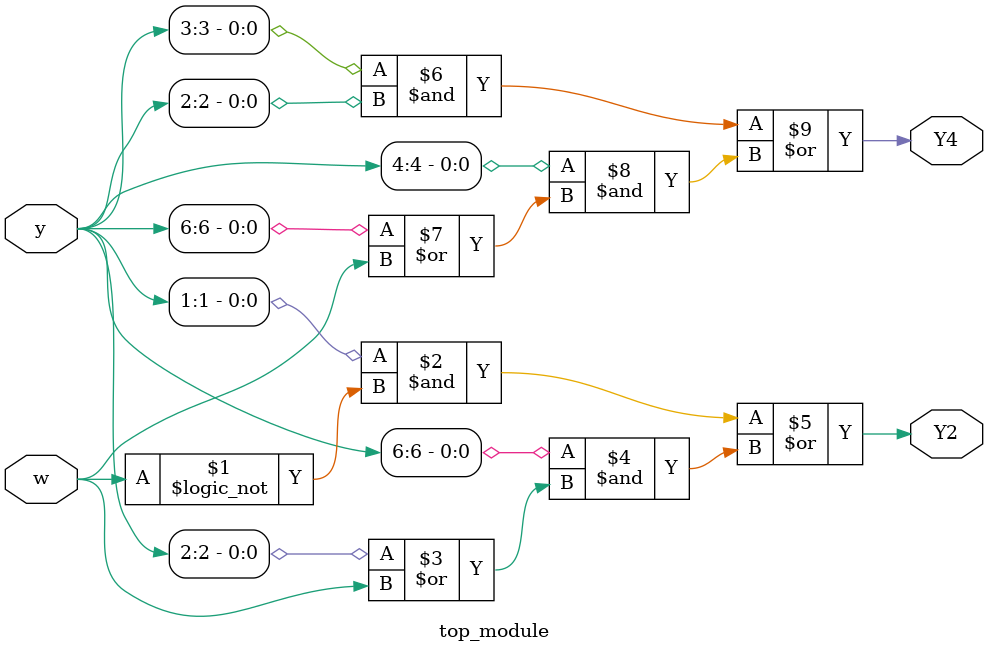
<source format=sv>
module top_module (
	input [6:1] y,
	input w,
	output Y2,
	output Y4
);

// state machine transitions
assign Y2 = (y[1] & !w) | (y[6] & (y[2] | w));
assign Y4 = (y[3] & y[2]) | (y[4] & (y[6] | w));

endmodule

</source>
